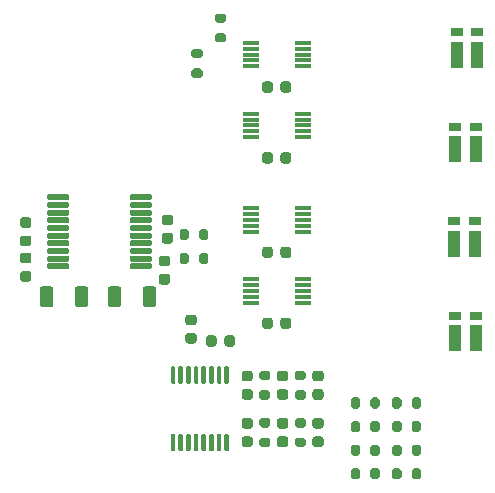
<source format=gbr>
%TF.GenerationSoftware,KiCad,Pcbnew,(5.1.6)-1*%
%TF.CreationDate,2021-10-10T19:01:51-07:00*%
%TF.ProjectId,PV Panel Monitor,50562050-616e-4656-9c20-4d6f6e69746f,rev?*%
%TF.SameCoordinates,Original*%
%TF.FileFunction,Paste,Top*%
%TF.FilePolarity,Positive*%
%FSLAX46Y46*%
G04 Gerber Fmt 4.6, Leading zero omitted, Abs format (unit mm)*
G04 Created by KiCad (PCBNEW (5.1.6)-1) date 2021-10-10 19:01:51*
%MOMM*%
%LPD*%
G01*
G04 APERTURE LIST*
%ADD10R,1.400000X0.300000*%
%ADD11R,1.010000X0.762000*%
%ADD12R,1.010000X2.287000*%
G04 APERTURE END LIST*
%TO.C,C19*%
G36*
G01*
X52500000Y-78325000D02*
X53000000Y-78325000D01*
G75*
G02*
X53225000Y-78550000I0J-225000D01*
G01*
X53225000Y-79000000D01*
G75*
G02*
X53000000Y-79225000I-225000J0D01*
G01*
X52500000Y-79225000D01*
G75*
G02*
X52275000Y-79000000I0J225000D01*
G01*
X52275000Y-78550000D01*
G75*
G02*
X52500000Y-78325000I225000J0D01*
G01*
G37*
G36*
G01*
X52500000Y-76775000D02*
X53000000Y-76775000D01*
G75*
G02*
X53225000Y-77000000I0J-225000D01*
G01*
X53225000Y-77450000D01*
G75*
G02*
X53000000Y-77675000I-225000J0D01*
G01*
X52500000Y-77675000D01*
G75*
G02*
X52275000Y-77450000I0J225000D01*
G01*
X52275000Y-77000000D01*
G75*
G02*
X52500000Y-76775000I225000J0D01*
G01*
G37*
%TD*%
D10*
%TO.C,U4*%
X76200000Y-82000000D03*
X76200000Y-82500000D03*
X76200000Y-83000000D03*
X76200000Y-83500000D03*
X76200000Y-84000000D03*
X71800000Y-84000000D03*
X71800000Y-83500000D03*
X71800000Y-83000000D03*
X71800000Y-82500000D03*
X71800000Y-82000000D03*
%TD*%
%TO.C,U3*%
X76200000Y-76000000D03*
X76200000Y-76500000D03*
X76200000Y-77000000D03*
X76200000Y-77500000D03*
X76200000Y-78000000D03*
X71800000Y-78000000D03*
X71800000Y-77500000D03*
X71800000Y-77000000D03*
X71800000Y-76500000D03*
X71800000Y-76000000D03*
%TD*%
%TO.C,U1*%
X76200000Y-62000000D03*
X76200000Y-62500000D03*
X76200000Y-63000000D03*
X76200000Y-63500000D03*
X76200000Y-64000000D03*
X71800000Y-64000000D03*
X71800000Y-63500000D03*
X71800000Y-63000000D03*
X71800000Y-62500000D03*
X71800000Y-62000000D03*
%TD*%
%TO.C,R20*%
G36*
G01*
X68975000Y-61175000D02*
X69525000Y-61175000D01*
G75*
G02*
X69725000Y-61375000I0J-200000D01*
G01*
X69725000Y-61775000D01*
G75*
G02*
X69525000Y-61975000I-200000J0D01*
G01*
X68975000Y-61975000D01*
G75*
G02*
X68775000Y-61775000I0J200000D01*
G01*
X68775000Y-61375000D01*
G75*
G02*
X68975000Y-61175000I200000J0D01*
G01*
G37*
G36*
G01*
X68975000Y-59525000D02*
X69525000Y-59525000D01*
G75*
G02*
X69725000Y-59725000I0J-200000D01*
G01*
X69725000Y-60125000D01*
G75*
G02*
X69525000Y-60325000I-200000J0D01*
G01*
X68975000Y-60325000D01*
G75*
G02*
X68775000Y-60125000I0J200000D01*
G01*
X68775000Y-59725000D01*
G75*
G02*
X68975000Y-59525000I200000J0D01*
G01*
G37*
%TD*%
%TO.C,R19*%
G36*
G01*
X66975000Y-64175000D02*
X67525000Y-64175000D01*
G75*
G02*
X67725000Y-64375000I0J-200000D01*
G01*
X67725000Y-64775000D01*
G75*
G02*
X67525000Y-64975000I-200000J0D01*
G01*
X66975000Y-64975000D01*
G75*
G02*
X66775000Y-64775000I0J200000D01*
G01*
X66775000Y-64375000D01*
G75*
G02*
X66975000Y-64175000I200000J0D01*
G01*
G37*
G36*
G01*
X66975000Y-62525000D02*
X67525000Y-62525000D01*
G75*
G02*
X67725000Y-62725000I0J-200000D01*
G01*
X67725000Y-63125000D01*
G75*
G02*
X67525000Y-63325000I-200000J0D01*
G01*
X66975000Y-63325000D01*
G75*
G02*
X66775000Y-63125000I0J200000D01*
G01*
X66775000Y-62725000D01*
G75*
G02*
X66975000Y-62525000I200000J0D01*
G01*
G37*
%TD*%
%TO.C,U2*%
X76200000Y-68000000D03*
X76200000Y-68500000D03*
X76200000Y-69000000D03*
X76200000Y-69500000D03*
X76200000Y-70000000D03*
X71800000Y-70000000D03*
X71800000Y-69500000D03*
X71800000Y-69000000D03*
X71800000Y-68500000D03*
X71800000Y-68000000D03*
%TD*%
%TO.C,C21*%
G36*
G01*
X55100000Y-82849999D02*
X55100000Y-84150001D01*
G75*
G02*
X54850001Y-84400000I-249999J0D01*
G01*
X54199999Y-84400000D01*
G75*
G02*
X53950000Y-84150001I0J249999D01*
G01*
X53950000Y-82849999D01*
G75*
G02*
X54199999Y-82600000I249999J0D01*
G01*
X54850001Y-82600000D01*
G75*
G02*
X55100000Y-82849999I0J-249999D01*
G01*
G37*
G36*
G01*
X58050000Y-82849999D02*
X58050000Y-84150001D01*
G75*
G02*
X57800001Y-84400000I-249999J0D01*
G01*
X57149999Y-84400000D01*
G75*
G02*
X56900000Y-84150001I0J249999D01*
G01*
X56900000Y-82849999D01*
G75*
G02*
X57149999Y-82600000I249999J0D01*
G01*
X57800001Y-82600000D01*
G75*
G02*
X58050000Y-82849999I0J-249999D01*
G01*
G37*
%TD*%
%TO.C,C20*%
G36*
G01*
X62650000Y-84150001D02*
X62650000Y-82849999D01*
G75*
G02*
X62899999Y-82600000I249999J0D01*
G01*
X63550001Y-82600000D01*
G75*
G02*
X63800000Y-82849999I0J-249999D01*
G01*
X63800000Y-84150001D01*
G75*
G02*
X63550001Y-84400000I-249999J0D01*
G01*
X62899999Y-84400000D01*
G75*
G02*
X62650000Y-84150001I0J249999D01*
G01*
G37*
G36*
G01*
X59700000Y-84150001D02*
X59700000Y-82849999D01*
G75*
G02*
X59949999Y-82600000I249999J0D01*
G01*
X60600001Y-82600000D01*
G75*
G02*
X60850000Y-82849999I0J-249999D01*
G01*
X60850000Y-84150001D01*
G75*
G02*
X60600001Y-84400000I-249999J0D01*
G01*
X59949999Y-84400000D01*
G75*
G02*
X59700000Y-84150001I0J249999D01*
G01*
G37*
%TD*%
%TO.C,U5*%
G36*
G01*
X65325000Y-90875000D02*
X65125000Y-90875000D01*
G75*
G02*
X65025000Y-90775000I0J100000D01*
G01*
X65025000Y-89500000D01*
G75*
G02*
X65125000Y-89400000I100000J0D01*
G01*
X65325000Y-89400000D01*
G75*
G02*
X65425000Y-89500000I0J-100000D01*
G01*
X65425000Y-90775000D01*
G75*
G02*
X65325000Y-90875000I-100000J0D01*
G01*
G37*
G36*
G01*
X65975000Y-90875000D02*
X65775000Y-90875000D01*
G75*
G02*
X65675000Y-90775000I0J100000D01*
G01*
X65675000Y-89500000D01*
G75*
G02*
X65775000Y-89400000I100000J0D01*
G01*
X65975000Y-89400000D01*
G75*
G02*
X66075000Y-89500000I0J-100000D01*
G01*
X66075000Y-90775000D01*
G75*
G02*
X65975000Y-90875000I-100000J0D01*
G01*
G37*
G36*
G01*
X66625000Y-90875000D02*
X66425000Y-90875000D01*
G75*
G02*
X66325000Y-90775000I0J100000D01*
G01*
X66325000Y-89500000D01*
G75*
G02*
X66425000Y-89400000I100000J0D01*
G01*
X66625000Y-89400000D01*
G75*
G02*
X66725000Y-89500000I0J-100000D01*
G01*
X66725000Y-90775000D01*
G75*
G02*
X66625000Y-90875000I-100000J0D01*
G01*
G37*
G36*
G01*
X67275000Y-90875000D02*
X67075000Y-90875000D01*
G75*
G02*
X66975000Y-90775000I0J100000D01*
G01*
X66975000Y-89500000D01*
G75*
G02*
X67075000Y-89400000I100000J0D01*
G01*
X67275000Y-89400000D01*
G75*
G02*
X67375000Y-89500000I0J-100000D01*
G01*
X67375000Y-90775000D01*
G75*
G02*
X67275000Y-90875000I-100000J0D01*
G01*
G37*
G36*
G01*
X67925000Y-90875000D02*
X67725000Y-90875000D01*
G75*
G02*
X67625000Y-90775000I0J100000D01*
G01*
X67625000Y-89500000D01*
G75*
G02*
X67725000Y-89400000I100000J0D01*
G01*
X67925000Y-89400000D01*
G75*
G02*
X68025000Y-89500000I0J-100000D01*
G01*
X68025000Y-90775000D01*
G75*
G02*
X67925000Y-90875000I-100000J0D01*
G01*
G37*
G36*
G01*
X68575000Y-90875000D02*
X68375000Y-90875000D01*
G75*
G02*
X68275000Y-90775000I0J100000D01*
G01*
X68275000Y-89500000D01*
G75*
G02*
X68375000Y-89400000I100000J0D01*
G01*
X68575000Y-89400000D01*
G75*
G02*
X68675000Y-89500000I0J-100000D01*
G01*
X68675000Y-90775000D01*
G75*
G02*
X68575000Y-90875000I-100000J0D01*
G01*
G37*
G36*
G01*
X69225000Y-90875000D02*
X69025000Y-90875000D01*
G75*
G02*
X68925000Y-90775000I0J100000D01*
G01*
X68925000Y-89500000D01*
G75*
G02*
X69025000Y-89400000I100000J0D01*
G01*
X69225000Y-89400000D01*
G75*
G02*
X69325000Y-89500000I0J-100000D01*
G01*
X69325000Y-90775000D01*
G75*
G02*
X69225000Y-90875000I-100000J0D01*
G01*
G37*
G36*
G01*
X69875000Y-90875000D02*
X69675000Y-90875000D01*
G75*
G02*
X69575000Y-90775000I0J100000D01*
G01*
X69575000Y-89500000D01*
G75*
G02*
X69675000Y-89400000I100000J0D01*
G01*
X69875000Y-89400000D01*
G75*
G02*
X69975000Y-89500000I0J-100000D01*
G01*
X69975000Y-90775000D01*
G75*
G02*
X69875000Y-90875000I-100000J0D01*
G01*
G37*
G36*
G01*
X69875000Y-96600000D02*
X69675000Y-96600000D01*
G75*
G02*
X69575000Y-96500000I0J100000D01*
G01*
X69575000Y-95225000D01*
G75*
G02*
X69675000Y-95125000I100000J0D01*
G01*
X69875000Y-95125000D01*
G75*
G02*
X69975000Y-95225000I0J-100000D01*
G01*
X69975000Y-96500000D01*
G75*
G02*
X69875000Y-96600000I-100000J0D01*
G01*
G37*
G36*
G01*
X69225000Y-96600000D02*
X69025000Y-96600000D01*
G75*
G02*
X68925000Y-96500000I0J100000D01*
G01*
X68925000Y-95225000D01*
G75*
G02*
X69025000Y-95125000I100000J0D01*
G01*
X69225000Y-95125000D01*
G75*
G02*
X69325000Y-95225000I0J-100000D01*
G01*
X69325000Y-96500000D01*
G75*
G02*
X69225000Y-96600000I-100000J0D01*
G01*
G37*
G36*
G01*
X68575000Y-96600000D02*
X68375000Y-96600000D01*
G75*
G02*
X68275000Y-96500000I0J100000D01*
G01*
X68275000Y-95225000D01*
G75*
G02*
X68375000Y-95125000I100000J0D01*
G01*
X68575000Y-95125000D01*
G75*
G02*
X68675000Y-95225000I0J-100000D01*
G01*
X68675000Y-96500000D01*
G75*
G02*
X68575000Y-96600000I-100000J0D01*
G01*
G37*
G36*
G01*
X67925000Y-96600000D02*
X67725000Y-96600000D01*
G75*
G02*
X67625000Y-96500000I0J100000D01*
G01*
X67625000Y-95225000D01*
G75*
G02*
X67725000Y-95125000I100000J0D01*
G01*
X67925000Y-95125000D01*
G75*
G02*
X68025000Y-95225000I0J-100000D01*
G01*
X68025000Y-96500000D01*
G75*
G02*
X67925000Y-96600000I-100000J0D01*
G01*
G37*
G36*
G01*
X67275000Y-96600000D02*
X67075000Y-96600000D01*
G75*
G02*
X66975000Y-96500000I0J100000D01*
G01*
X66975000Y-95225000D01*
G75*
G02*
X67075000Y-95125000I100000J0D01*
G01*
X67275000Y-95125000D01*
G75*
G02*
X67375000Y-95225000I0J-100000D01*
G01*
X67375000Y-96500000D01*
G75*
G02*
X67275000Y-96600000I-100000J0D01*
G01*
G37*
G36*
G01*
X66625000Y-96600000D02*
X66425000Y-96600000D01*
G75*
G02*
X66325000Y-96500000I0J100000D01*
G01*
X66325000Y-95225000D01*
G75*
G02*
X66425000Y-95125000I100000J0D01*
G01*
X66625000Y-95125000D01*
G75*
G02*
X66725000Y-95225000I0J-100000D01*
G01*
X66725000Y-96500000D01*
G75*
G02*
X66625000Y-96600000I-100000J0D01*
G01*
G37*
G36*
G01*
X65975000Y-96600000D02*
X65775000Y-96600000D01*
G75*
G02*
X65675000Y-96500000I0J100000D01*
G01*
X65675000Y-95225000D01*
G75*
G02*
X65775000Y-95125000I100000J0D01*
G01*
X65975000Y-95125000D01*
G75*
G02*
X66075000Y-95225000I0J-100000D01*
G01*
X66075000Y-96500000D01*
G75*
G02*
X65975000Y-96600000I-100000J0D01*
G01*
G37*
G36*
G01*
X65325000Y-96600000D02*
X65125000Y-96600000D01*
G75*
G02*
X65025000Y-96500000I0J100000D01*
G01*
X65025000Y-95225000D01*
G75*
G02*
X65125000Y-95125000I100000J0D01*
G01*
X65325000Y-95125000D01*
G75*
G02*
X65425000Y-95225000I0J-100000D01*
G01*
X65425000Y-96500000D01*
G75*
G02*
X65325000Y-96600000I-100000J0D01*
G01*
G37*
%TD*%
%TO.C,U6*%
G36*
G01*
X61550000Y-75200000D02*
X61550000Y-74950000D01*
G75*
G02*
X61675000Y-74825000I125000J0D01*
G01*
X63325000Y-74825000D01*
G75*
G02*
X63450000Y-74950000I0J-125000D01*
G01*
X63450000Y-75200000D01*
G75*
G02*
X63325000Y-75325000I-125000J0D01*
G01*
X61675000Y-75325000D01*
G75*
G02*
X61550000Y-75200000I0J125000D01*
G01*
G37*
G36*
G01*
X61550000Y-75850000D02*
X61550000Y-75600000D01*
G75*
G02*
X61675000Y-75475000I125000J0D01*
G01*
X63325000Y-75475000D01*
G75*
G02*
X63450000Y-75600000I0J-125000D01*
G01*
X63450000Y-75850000D01*
G75*
G02*
X63325000Y-75975000I-125000J0D01*
G01*
X61675000Y-75975000D01*
G75*
G02*
X61550000Y-75850000I0J125000D01*
G01*
G37*
G36*
G01*
X61550000Y-76500000D02*
X61550000Y-76250000D01*
G75*
G02*
X61675000Y-76125000I125000J0D01*
G01*
X63325000Y-76125000D01*
G75*
G02*
X63450000Y-76250000I0J-125000D01*
G01*
X63450000Y-76500000D01*
G75*
G02*
X63325000Y-76625000I-125000J0D01*
G01*
X61675000Y-76625000D01*
G75*
G02*
X61550000Y-76500000I0J125000D01*
G01*
G37*
G36*
G01*
X61550000Y-77150000D02*
X61550000Y-76900000D01*
G75*
G02*
X61675000Y-76775000I125000J0D01*
G01*
X63325000Y-76775000D01*
G75*
G02*
X63450000Y-76900000I0J-125000D01*
G01*
X63450000Y-77150000D01*
G75*
G02*
X63325000Y-77275000I-125000J0D01*
G01*
X61675000Y-77275000D01*
G75*
G02*
X61550000Y-77150000I0J125000D01*
G01*
G37*
G36*
G01*
X61550000Y-77800000D02*
X61550000Y-77550000D01*
G75*
G02*
X61675000Y-77425000I125000J0D01*
G01*
X63325000Y-77425000D01*
G75*
G02*
X63450000Y-77550000I0J-125000D01*
G01*
X63450000Y-77800000D01*
G75*
G02*
X63325000Y-77925000I-125000J0D01*
G01*
X61675000Y-77925000D01*
G75*
G02*
X61550000Y-77800000I0J125000D01*
G01*
G37*
G36*
G01*
X61550000Y-78450000D02*
X61550000Y-78200000D01*
G75*
G02*
X61675000Y-78075000I125000J0D01*
G01*
X63325000Y-78075000D01*
G75*
G02*
X63450000Y-78200000I0J-125000D01*
G01*
X63450000Y-78450000D01*
G75*
G02*
X63325000Y-78575000I-125000J0D01*
G01*
X61675000Y-78575000D01*
G75*
G02*
X61550000Y-78450000I0J125000D01*
G01*
G37*
G36*
G01*
X61550000Y-79100000D02*
X61550000Y-78850000D01*
G75*
G02*
X61675000Y-78725000I125000J0D01*
G01*
X63325000Y-78725000D01*
G75*
G02*
X63450000Y-78850000I0J-125000D01*
G01*
X63450000Y-79100000D01*
G75*
G02*
X63325000Y-79225000I-125000J0D01*
G01*
X61675000Y-79225000D01*
G75*
G02*
X61550000Y-79100000I0J125000D01*
G01*
G37*
G36*
G01*
X61550000Y-79750000D02*
X61550000Y-79500000D01*
G75*
G02*
X61675000Y-79375000I125000J0D01*
G01*
X63325000Y-79375000D01*
G75*
G02*
X63450000Y-79500000I0J-125000D01*
G01*
X63450000Y-79750000D01*
G75*
G02*
X63325000Y-79875000I-125000J0D01*
G01*
X61675000Y-79875000D01*
G75*
G02*
X61550000Y-79750000I0J125000D01*
G01*
G37*
G36*
G01*
X61550000Y-80400000D02*
X61550000Y-80150000D01*
G75*
G02*
X61675000Y-80025000I125000J0D01*
G01*
X63325000Y-80025000D01*
G75*
G02*
X63450000Y-80150000I0J-125000D01*
G01*
X63450000Y-80400000D01*
G75*
G02*
X63325000Y-80525000I-125000J0D01*
G01*
X61675000Y-80525000D01*
G75*
G02*
X61550000Y-80400000I0J125000D01*
G01*
G37*
G36*
G01*
X61550000Y-81050000D02*
X61550000Y-80800000D01*
G75*
G02*
X61675000Y-80675000I125000J0D01*
G01*
X63325000Y-80675000D01*
G75*
G02*
X63450000Y-80800000I0J-125000D01*
G01*
X63450000Y-81050000D01*
G75*
G02*
X63325000Y-81175000I-125000J0D01*
G01*
X61675000Y-81175000D01*
G75*
G02*
X61550000Y-81050000I0J125000D01*
G01*
G37*
G36*
G01*
X54550000Y-81050000D02*
X54550000Y-80800000D01*
G75*
G02*
X54675000Y-80675000I125000J0D01*
G01*
X56325000Y-80675000D01*
G75*
G02*
X56450000Y-80800000I0J-125000D01*
G01*
X56450000Y-81050000D01*
G75*
G02*
X56325000Y-81175000I-125000J0D01*
G01*
X54675000Y-81175000D01*
G75*
G02*
X54550000Y-81050000I0J125000D01*
G01*
G37*
G36*
G01*
X54550000Y-80400000D02*
X54550000Y-80150000D01*
G75*
G02*
X54675000Y-80025000I125000J0D01*
G01*
X56325000Y-80025000D01*
G75*
G02*
X56450000Y-80150000I0J-125000D01*
G01*
X56450000Y-80400000D01*
G75*
G02*
X56325000Y-80525000I-125000J0D01*
G01*
X54675000Y-80525000D01*
G75*
G02*
X54550000Y-80400000I0J125000D01*
G01*
G37*
G36*
G01*
X54550000Y-79750000D02*
X54550000Y-79500000D01*
G75*
G02*
X54675000Y-79375000I125000J0D01*
G01*
X56325000Y-79375000D01*
G75*
G02*
X56450000Y-79500000I0J-125000D01*
G01*
X56450000Y-79750000D01*
G75*
G02*
X56325000Y-79875000I-125000J0D01*
G01*
X54675000Y-79875000D01*
G75*
G02*
X54550000Y-79750000I0J125000D01*
G01*
G37*
G36*
G01*
X54550000Y-79100000D02*
X54550000Y-78850000D01*
G75*
G02*
X54675000Y-78725000I125000J0D01*
G01*
X56325000Y-78725000D01*
G75*
G02*
X56450000Y-78850000I0J-125000D01*
G01*
X56450000Y-79100000D01*
G75*
G02*
X56325000Y-79225000I-125000J0D01*
G01*
X54675000Y-79225000D01*
G75*
G02*
X54550000Y-79100000I0J125000D01*
G01*
G37*
G36*
G01*
X54550000Y-78450000D02*
X54550000Y-78200000D01*
G75*
G02*
X54675000Y-78075000I125000J0D01*
G01*
X56325000Y-78075000D01*
G75*
G02*
X56450000Y-78200000I0J-125000D01*
G01*
X56450000Y-78450000D01*
G75*
G02*
X56325000Y-78575000I-125000J0D01*
G01*
X54675000Y-78575000D01*
G75*
G02*
X54550000Y-78450000I0J125000D01*
G01*
G37*
G36*
G01*
X54550000Y-77800000D02*
X54550000Y-77550000D01*
G75*
G02*
X54675000Y-77425000I125000J0D01*
G01*
X56325000Y-77425000D01*
G75*
G02*
X56450000Y-77550000I0J-125000D01*
G01*
X56450000Y-77800000D01*
G75*
G02*
X56325000Y-77925000I-125000J0D01*
G01*
X54675000Y-77925000D01*
G75*
G02*
X54550000Y-77800000I0J125000D01*
G01*
G37*
G36*
G01*
X54550000Y-77150000D02*
X54550000Y-76900000D01*
G75*
G02*
X54675000Y-76775000I125000J0D01*
G01*
X56325000Y-76775000D01*
G75*
G02*
X56450000Y-76900000I0J-125000D01*
G01*
X56450000Y-77150000D01*
G75*
G02*
X56325000Y-77275000I-125000J0D01*
G01*
X54675000Y-77275000D01*
G75*
G02*
X54550000Y-77150000I0J125000D01*
G01*
G37*
G36*
G01*
X54550000Y-76500000D02*
X54550000Y-76250000D01*
G75*
G02*
X54675000Y-76125000I125000J0D01*
G01*
X56325000Y-76125000D01*
G75*
G02*
X56450000Y-76250000I0J-125000D01*
G01*
X56450000Y-76500000D01*
G75*
G02*
X56325000Y-76625000I-125000J0D01*
G01*
X54675000Y-76625000D01*
G75*
G02*
X54550000Y-76500000I0J125000D01*
G01*
G37*
G36*
G01*
X54550000Y-75850000D02*
X54550000Y-75600000D01*
G75*
G02*
X54675000Y-75475000I125000J0D01*
G01*
X56325000Y-75475000D01*
G75*
G02*
X56450000Y-75600000I0J-125000D01*
G01*
X56450000Y-75850000D01*
G75*
G02*
X56325000Y-75975000I-125000J0D01*
G01*
X54675000Y-75975000D01*
G75*
G02*
X54550000Y-75850000I0J125000D01*
G01*
G37*
G36*
G01*
X54550000Y-75200000D02*
X54550000Y-74950000D01*
G75*
G02*
X54675000Y-74825000I125000J0D01*
G01*
X56325000Y-74825000D01*
G75*
G02*
X56450000Y-74950000I0J-125000D01*
G01*
X56450000Y-75200000D01*
G75*
G02*
X56325000Y-75325000I-125000J0D01*
G01*
X54675000Y-75325000D01*
G75*
G02*
X54550000Y-75200000I0J125000D01*
G01*
G37*
%TD*%
%TO.C,R18*%
G36*
G01*
X67425000Y-80525000D02*
X67425000Y-79975000D01*
G75*
G02*
X67625000Y-79775000I200000J0D01*
G01*
X68025000Y-79775000D01*
G75*
G02*
X68225000Y-79975000I0J-200000D01*
G01*
X68225000Y-80525000D01*
G75*
G02*
X68025000Y-80725000I-200000J0D01*
G01*
X67625000Y-80725000D01*
G75*
G02*
X67425000Y-80525000I0J200000D01*
G01*
G37*
G36*
G01*
X65775000Y-80525000D02*
X65775000Y-79975000D01*
G75*
G02*
X65975000Y-79775000I200000J0D01*
G01*
X66375000Y-79775000D01*
G75*
G02*
X66575000Y-79975000I0J-200000D01*
G01*
X66575000Y-80525000D01*
G75*
G02*
X66375000Y-80725000I-200000J0D01*
G01*
X65975000Y-80725000D01*
G75*
G02*
X65775000Y-80525000I0J200000D01*
G01*
G37*
%TD*%
%TO.C,R17*%
G36*
G01*
X66575000Y-77975000D02*
X66575000Y-78525000D01*
G75*
G02*
X66375000Y-78725000I-200000J0D01*
G01*
X65975000Y-78725000D01*
G75*
G02*
X65775000Y-78525000I0J200000D01*
G01*
X65775000Y-77975000D01*
G75*
G02*
X65975000Y-77775000I200000J0D01*
G01*
X66375000Y-77775000D01*
G75*
G02*
X66575000Y-77975000I0J-200000D01*
G01*
G37*
G36*
G01*
X68225000Y-77975000D02*
X68225000Y-78525000D01*
G75*
G02*
X68025000Y-78725000I-200000J0D01*
G01*
X67625000Y-78725000D01*
G75*
G02*
X67425000Y-78525000I0J200000D01*
G01*
X67425000Y-77975000D01*
G75*
G02*
X67625000Y-77775000I200000J0D01*
G01*
X68025000Y-77775000D01*
G75*
G02*
X68225000Y-77975000I0J-200000D01*
G01*
G37*
%TD*%
%TO.C,C18*%
G36*
G01*
X64500000Y-78100000D02*
X65000000Y-78100000D01*
G75*
G02*
X65225000Y-78325000I0J-225000D01*
G01*
X65225000Y-78775000D01*
G75*
G02*
X65000000Y-79000000I-225000J0D01*
G01*
X64500000Y-79000000D01*
G75*
G02*
X64275000Y-78775000I0J225000D01*
G01*
X64275000Y-78325000D01*
G75*
G02*
X64500000Y-78100000I225000J0D01*
G01*
G37*
G36*
G01*
X64500000Y-76550000D02*
X65000000Y-76550000D01*
G75*
G02*
X65225000Y-76775000I0J-225000D01*
G01*
X65225000Y-77225000D01*
G75*
G02*
X65000000Y-77450000I-225000J0D01*
G01*
X64500000Y-77450000D01*
G75*
G02*
X64275000Y-77225000I0J225000D01*
G01*
X64275000Y-76775000D01*
G75*
G02*
X64500000Y-76550000I225000J0D01*
G01*
G37*
%TD*%
%TO.C,C17*%
G36*
G01*
X64250000Y-81575000D02*
X64750000Y-81575000D01*
G75*
G02*
X64975000Y-81800000I0J-225000D01*
G01*
X64975000Y-82250000D01*
G75*
G02*
X64750000Y-82475000I-225000J0D01*
G01*
X64250000Y-82475000D01*
G75*
G02*
X64025000Y-82250000I0J225000D01*
G01*
X64025000Y-81800000D01*
G75*
G02*
X64250000Y-81575000I225000J0D01*
G01*
G37*
G36*
G01*
X64250000Y-80025000D02*
X64750000Y-80025000D01*
G75*
G02*
X64975000Y-80250000I0J-225000D01*
G01*
X64975000Y-80700000D01*
G75*
G02*
X64750000Y-80925000I-225000J0D01*
G01*
X64250000Y-80925000D01*
G75*
G02*
X64025000Y-80700000I0J225000D01*
G01*
X64025000Y-80250000D01*
G75*
G02*
X64250000Y-80025000I225000J0D01*
G01*
G37*
%TD*%
%TO.C,C16*%
G36*
G01*
X52500000Y-81325000D02*
X53000000Y-81325000D01*
G75*
G02*
X53225000Y-81550000I0J-225000D01*
G01*
X53225000Y-82000000D01*
G75*
G02*
X53000000Y-82225000I-225000J0D01*
G01*
X52500000Y-82225000D01*
G75*
G02*
X52275000Y-82000000I0J225000D01*
G01*
X52275000Y-81550000D01*
G75*
G02*
X52500000Y-81325000I225000J0D01*
G01*
G37*
G36*
G01*
X52500000Y-79775000D02*
X53000000Y-79775000D01*
G75*
G02*
X53225000Y-80000000I0J-225000D01*
G01*
X53225000Y-80450000D01*
G75*
G02*
X53000000Y-80675000I-225000J0D01*
G01*
X52500000Y-80675000D01*
G75*
G02*
X52275000Y-80450000I0J225000D01*
G01*
X52275000Y-80000000D01*
G75*
G02*
X52500000Y-79775000I225000J0D01*
G01*
G37*
%TD*%
%TO.C,R16*%
G36*
G01*
X75725000Y-91425000D02*
X76275000Y-91425000D01*
G75*
G02*
X76475000Y-91625000I0J-200000D01*
G01*
X76475000Y-92025000D01*
G75*
G02*
X76275000Y-92225000I-200000J0D01*
G01*
X75725000Y-92225000D01*
G75*
G02*
X75525000Y-92025000I0J200000D01*
G01*
X75525000Y-91625000D01*
G75*
G02*
X75725000Y-91425000I200000J0D01*
G01*
G37*
G36*
G01*
X75725000Y-89775000D02*
X76275000Y-89775000D01*
G75*
G02*
X76475000Y-89975000I0J-200000D01*
G01*
X76475000Y-90375000D01*
G75*
G02*
X76275000Y-90575000I-200000J0D01*
G01*
X75725000Y-90575000D01*
G75*
G02*
X75525000Y-90375000I0J200000D01*
G01*
X75525000Y-89975000D01*
G75*
G02*
X75725000Y-89775000I200000J0D01*
G01*
G37*
%TD*%
%TO.C,R15*%
G36*
G01*
X72725000Y-91425000D02*
X73275000Y-91425000D01*
G75*
G02*
X73475000Y-91625000I0J-200000D01*
G01*
X73475000Y-92025000D01*
G75*
G02*
X73275000Y-92225000I-200000J0D01*
G01*
X72725000Y-92225000D01*
G75*
G02*
X72525000Y-92025000I0J200000D01*
G01*
X72525000Y-91625000D01*
G75*
G02*
X72725000Y-91425000I200000J0D01*
G01*
G37*
G36*
G01*
X72725000Y-89775000D02*
X73275000Y-89775000D01*
G75*
G02*
X73475000Y-89975000I0J-200000D01*
G01*
X73475000Y-90375000D01*
G75*
G02*
X73275000Y-90575000I-200000J0D01*
G01*
X72725000Y-90575000D01*
G75*
G02*
X72525000Y-90375000I0J200000D01*
G01*
X72525000Y-89975000D01*
G75*
G02*
X72725000Y-89775000I200000J0D01*
G01*
G37*
%TD*%
%TO.C,R14*%
G36*
G01*
X73275000Y-94575000D02*
X72725000Y-94575000D01*
G75*
G02*
X72525000Y-94375000I0J200000D01*
G01*
X72525000Y-93975000D01*
G75*
G02*
X72725000Y-93775000I200000J0D01*
G01*
X73275000Y-93775000D01*
G75*
G02*
X73475000Y-93975000I0J-200000D01*
G01*
X73475000Y-94375000D01*
G75*
G02*
X73275000Y-94575000I-200000J0D01*
G01*
G37*
G36*
G01*
X73275000Y-96225000D02*
X72725000Y-96225000D01*
G75*
G02*
X72525000Y-96025000I0J200000D01*
G01*
X72525000Y-95625000D01*
G75*
G02*
X72725000Y-95425000I200000J0D01*
G01*
X73275000Y-95425000D01*
G75*
G02*
X73475000Y-95625000I0J-200000D01*
G01*
X73475000Y-96025000D01*
G75*
G02*
X73275000Y-96225000I-200000J0D01*
G01*
G37*
%TD*%
%TO.C,R13*%
G36*
G01*
X76275000Y-94575000D02*
X75725000Y-94575000D01*
G75*
G02*
X75525000Y-94375000I0J200000D01*
G01*
X75525000Y-93975000D01*
G75*
G02*
X75725000Y-93775000I200000J0D01*
G01*
X76275000Y-93775000D01*
G75*
G02*
X76475000Y-93975000I0J-200000D01*
G01*
X76475000Y-94375000D01*
G75*
G02*
X76275000Y-94575000I-200000J0D01*
G01*
G37*
G36*
G01*
X76275000Y-96225000D02*
X75725000Y-96225000D01*
G75*
G02*
X75525000Y-96025000I0J200000D01*
G01*
X75525000Y-95625000D01*
G75*
G02*
X75725000Y-95425000I200000J0D01*
G01*
X76275000Y-95425000D01*
G75*
G02*
X76475000Y-95625000I0J-200000D01*
G01*
X76475000Y-96025000D01*
G75*
G02*
X76275000Y-96225000I-200000J0D01*
G01*
G37*
%TD*%
%TO.C,R12*%
G36*
G01*
X81075000Y-92225000D02*
X81075000Y-92775000D01*
G75*
G02*
X80875000Y-92975000I-200000J0D01*
G01*
X80475000Y-92975000D01*
G75*
G02*
X80275000Y-92775000I0J200000D01*
G01*
X80275000Y-92225000D01*
G75*
G02*
X80475000Y-92025000I200000J0D01*
G01*
X80875000Y-92025000D01*
G75*
G02*
X81075000Y-92225000I0J-200000D01*
G01*
G37*
G36*
G01*
X82725000Y-92225000D02*
X82725000Y-92775000D01*
G75*
G02*
X82525000Y-92975000I-200000J0D01*
G01*
X82125000Y-92975000D01*
G75*
G02*
X81925000Y-92775000I0J200000D01*
G01*
X81925000Y-92225000D01*
G75*
G02*
X82125000Y-92025000I200000J0D01*
G01*
X82525000Y-92025000D01*
G75*
G02*
X82725000Y-92225000I0J-200000D01*
G01*
G37*
%TD*%
%TO.C,R11*%
G36*
G01*
X81075000Y-94225000D02*
X81075000Y-94775000D01*
G75*
G02*
X80875000Y-94975000I-200000J0D01*
G01*
X80475000Y-94975000D01*
G75*
G02*
X80275000Y-94775000I0J200000D01*
G01*
X80275000Y-94225000D01*
G75*
G02*
X80475000Y-94025000I200000J0D01*
G01*
X80875000Y-94025000D01*
G75*
G02*
X81075000Y-94225000I0J-200000D01*
G01*
G37*
G36*
G01*
X82725000Y-94225000D02*
X82725000Y-94775000D01*
G75*
G02*
X82525000Y-94975000I-200000J0D01*
G01*
X82125000Y-94975000D01*
G75*
G02*
X81925000Y-94775000I0J200000D01*
G01*
X81925000Y-94225000D01*
G75*
G02*
X82125000Y-94025000I200000J0D01*
G01*
X82525000Y-94025000D01*
G75*
G02*
X82725000Y-94225000I0J-200000D01*
G01*
G37*
%TD*%
%TO.C,R10*%
G36*
G01*
X81075000Y-96225000D02*
X81075000Y-96775000D01*
G75*
G02*
X80875000Y-96975000I-200000J0D01*
G01*
X80475000Y-96975000D01*
G75*
G02*
X80275000Y-96775000I0J200000D01*
G01*
X80275000Y-96225000D01*
G75*
G02*
X80475000Y-96025000I200000J0D01*
G01*
X80875000Y-96025000D01*
G75*
G02*
X81075000Y-96225000I0J-200000D01*
G01*
G37*
G36*
G01*
X82725000Y-96225000D02*
X82725000Y-96775000D01*
G75*
G02*
X82525000Y-96975000I-200000J0D01*
G01*
X82125000Y-96975000D01*
G75*
G02*
X81925000Y-96775000I0J200000D01*
G01*
X81925000Y-96225000D01*
G75*
G02*
X82125000Y-96025000I200000J0D01*
G01*
X82525000Y-96025000D01*
G75*
G02*
X82725000Y-96225000I0J-200000D01*
G01*
G37*
%TD*%
%TO.C,R9*%
G36*
G01*
X81075000Y-98225000D02*
X81075000Y-98775000D01*
G75*
G02*
X80875000Y-98975000I-200000J0D01*
G01*
X80475000Y-98975000D01*
G75*
G02*
X80275000Y-98775000I0J200000D01*
G01*
X80275000Y-98225000D01*
G75*
G02*
X80475000Y-98025000I200000J0D01*
G01*
X80875000Y-98025000D01*
G75*
G02*
X81075000Y-98225000I0J-200000D01*
G01*
G37*
G36*
G01*
X82725000Y-98225000D02*
X82725000Y-98775000D01*
G75*
G02*
X82525000Y-98975000I-200000J0D01*
G01*
X82125000Y-98975000D01*
G75*
G02*
X81925000Y-98775000I0J200000D01*
G01*
X81925000Y-98225000D01*
G75*
G02*
X82125000Y-98025000I200000J0D01*
G01*
X82525000Y-98025000D01*
G75*
G02*
X82725000Y-98225000I0J-200000D01*
G01*
G37*
%TD*%
%TO.C,R8*%
G36*
G01*
X84575000Y-92225000D02*
X84575000Y-92775000D01*
G75*
G02*
X84375000Y-92975000I-200000J0D01*
G01*
X83975000Y-92975000D01*
G75*
G02*
X83775000Y-92775000I0J200000D01*
G01*
X83775000Y-92225000D01*
G75*
G02*
X83975000Y-92025000I200000J0D01*
G01*
X84375000Y-92025000D01*
G75*
G02*
X84575000Y-92225000I0J-200000D01*
G01*
G37*
G36*
G01*
X86225000Y-92225000D02*
X86225000Y-92775000D01*
G75*
G02*
X86025000Y-92975000I-200000J0D01*
G01*
X85625000Y-92975000D01*
G75*
G02*
X85425000Y-92775000I0J200000D01*
G01*
X85425000Y-92225000D01*
G75*
G02*
X85625000Y-92025000I200000J0D01*
G01*
X86025000Y-92025000D01*
G75*
G02*
X86225000Y-92225000I0J-200000D01*
G01*
G37*
%TD*%
%TO.C,R7*%
G36*
G01*
X84575000Y-94225000D02*
X84575000Y-94775000D01*
G75*
G02*
X84375000Y-94975000I-200000J0D01*
G01*
X83975000Y-94975000D01*
G75*
G02*
X83775000Y-94775000I0J200000D01*
G01*
X83775000Y-94225000D01*
G75*
G02*
X83975000Y-94025000I200000J0D01*
G01*
X84375000Y-94025000D01*
G75*
G02*
X84575000Y-94225000I0J-200000D01*
G01*
G37*
G36*
G01*
X86225000Y-94225000D02*
X86225000Y-94775000D01*
G75*
G02*
X86025000Y-94975000I-200000J0D01*
G01*
X85625000Y-94975000D01*
G75*
G02*
X85425000Y-94775000I0J200000D01*
G01*
X85425000Y-94225000D01*
G75*
G02*
X85625000Y-94025000I200000J0D01*
G01*
X86025000Y-94025000D01*
G75*
G02*
X86225000Y-94225000I0J-200000D01*
G01*
G37*
%TD*%
%TO.C,R6*%
G36*
G01*
X84575000Y-96225000D02*
X84575000Y-96775000D01*
G75*
G02*
X84375000Y-96975000I-200000J0D01*
G01*
X83975000Y-96975000D01*
G75*
G02*
X83775000Y-96775000I0J200000D01*
G01*
X83775000Y-96225000D01*
G75*
G02*
X83975000Y-96025000I200000J0D01*
G01*
X84375000Y-96025000D01*
G75*
G02*
X84575000Y-96225000I0J-200000D01*
G01*
G37*
G36*
G01*
X86225000Y-96225000D02*
X86225000Y-96775000D01*
G75*
G02*
X86025000Y-96975000I-200000J0D01*
G01*
X85625000Y-96975000D01*
G75*
G02*
X85425000Y-96775000I0J200000D01*
G01*
X85425000Y-96225000D01*
G75*
G02*
X85625000Y-96025000I200000J0D01*
G01*
X86025000Y-96025000D01*
G75*
G02*
X86225000Y-96225000I0J-200000D01*
G01*
G37*
%TD*%
%TO.C,R5*%
G36*
G01*
X84575000Y-98225000D02*
X84575000Y-98775000D01*
G75*
G02*
X84375000Y-98975000I-200000J0D01*
G01*
X83975000Y-98975000D01*
G75*
G02*
X83775000Y-98775000I0J200000D01*
G01*
X83775000Y-98225000D01*
G75*
G02*
X83975000Y-98025000I200000J0D01*
G01*
X84375000Y-98025000D01*
G75*
G02*
X84575000Y-98225000I0J-200000D01*
G01*
G37*
G36*
G01*
X86225000Y-98225000D02*
X86225000Y-98775000D01*
G75*
G02*
X86025000Y-98975000I-200000J0D01*
G01*
X85625000Y-98975000D01*
G75*
G02*
X85425000Y-98775000I0J200000D01*
G01*
X85425000Y-98225000D01*
G75*
G02*
X85625000Y-98025000I200000J0D01*
G01*
X86025000Y-98025000D01*
G75*
G02*
X86225000Y-98225000I0J-200000D01*
G01*
G37*
%TD*%
%TO.C,C14*%
G36*
G01*
X77250000Y-91325000D02*
X77750000Y-91325000D01*
G75*
G02*
X77975000Y-91550000I0J-225000D01*
G01*
X77975000Y-92000000D01*
G75*
G02*
X77750000Y-92225000I-225000J0D01*
G01*
X77250000Y-92225000D01*
G75*
G02*
X77025000Y-92000000I0J225000D01*
G01*
X77025000Y-91550000D01*
G75*
G02*
X77250000Y-91325000I225000J0D01*
G01*
G37*
G36*
G01*
X77250000Y-89775000D02*
X77750000Y-89775000D01*
G75*
G02*
X77975000Y-90000000I0J-225000D01*
G01*
X77975000Y-90450000D01*
G75*
G02*
X77750000Y-90675000I-225000J0D01*
G01*
X77250000Y-90675000D01*
G75*
G02*
X77025000Y-90450000I0J225000D01*
G01*
X77025000Y-90000000D01*
G75*
G02*
X77250000Y-89775000I225000J0D01*
G01*
G37*
%TD*%
%TO.C,C13*%
G36*
G01*
X74250000Y-91325000D02*
X74750000Y-91325000D01*
G75*
G02*
X74975000Y-91550000I0J-225000D01*
G01*
X74975000Y-92000000D01*
G75*
G02*
X74750000Y-92225000I-225000J0D01*
G01*
X74250000Y-92225000D01*
G75*
G02*
X74025000Y-92000000I0J225000D01*
G01*
X74025000Y-91550000D01*
G75*
G02*
X74250000Y-91325000I225000J0D01*
G01*
G37*
G36*
G01*
X74250000Y-89775000D02*
X74750000Y-89775000D01*
G75*
G02*
X74975000Y-90000000I0J-225000D01*
G01*
X74975000Y-90450000D01*
G75*
G02*
X74750000Y-90675000I-225000J0D01*
G01*
X74250000Y-90675000D01*
G75*
G02*
X74025000Y-90450000I0J225000D01*
G01*
X74025000Y-90000000D01*
G75*
G02*
X74250000Y-89775000I225000J0D01*
G01*
G37*
%TD*%
%TO.C,C12*%
G36*
G01*
X74750000Y-94675000D02*
X74250000Y-94675000D01*
G75*
G02*
X74025000Y-94450000I0J225000D01*
G01*
X74025000Y-94000000D01*
G75*
G02*
X74250000Y-93775000I225000J0D01*
G01*
X74750000Y-93775000D01*
G75*
G02*
X74975000Y-94000000I0J-225000D01*
G01*
X74975000Y-94450000D01*
G75*
G02*
X74750000Y-94675000I-225000J0D01*
G01*
G37*
G36*
G01*
X74750000Y-96225000D02*
X74250000Y-96225000D01*
G75*
G02*
X74025000Y-96000000I0J225000D01*
G01*
X74025000Y-95550000D01*
G75*
G02*
X74250000Y-95325000I225000J0D01*
G01*
X74750000Y-95325000D01*
G75*
G02*
X74975000Y-95550000I0J-225000D01*
G01*
X74975000Y-96000000D01*
G75*
G02*
X74750000Y-96225000I-225000J0D01*
G01*
G37*
%TD*%
%TO.C,C11*%
G36*
G01*
X77750000Y-94675000D02*
X77250000Y-94675000D01*
G75*
G02*
X77025000Y-94450000I0J225000D01*
G01*
X77025000Y-94000000D01*
G75*
G02*
X77250000Y-93775000I225000J0D01*
G01*
X77750000Y-93775000D01*
G75*
G02*
X77975000Y-94000000I0J-225000D01*
G01*
X77975000Y-94450000D01*
G75*
G02*
X77750000Y-94675000I-225000J0D01*
G01*
G37*
G36*
G01*
X77750000Y-96225000D02*
X77250000Y-96225000D01*
G75*
G02*
X77025000Y-96000000I0J225000D01*
G01*
X77025000Y-95550000D01*
G75*
G02*
X77250000Y-95325000I225000J0D01*
G01*
X77750000Y-95325000D01*
G75*
G02*
X77975000Y-95550000I0J-225000D01*
G01*
X77975000Y-96000000D01*
G75*
G02*
X77750000Y-96225000I-225000J0D01*
G01*
G37*
%TD*%
%TO.C,C10*%
G36*
G01*
X71250000Y-91325000D02*
X71750000Y-91325000D01*
G75*
G02*
X71975000Y-91550000I0J-225000D01*
G01*
X71975000Y-92000000D01*
G75*
G02*
X71750000Y-92225000I-225000J0D01*
G01*
X71250000Y-92225000D01*
G75*
G02*
X71025000Y-92000000I0J225000D01*
G01*
X71025000Y-91550000D01*
G75*
G02*
X71250000Y-91325000I225000J0D01*
G01*
G37*
G36*
G01*
X71250000Y-89775000D02*
X71750000Y-89775000D01*
G75*
G02*
X71975000Y-90000000I0J-225000D01*
G01*
X71975000Y-90450000D01*
G75*
G02*
X71750000Y-90675000I-225000J0D01*
G01*
X71250000Y-90675000D01*
G75*
G02*
X71025000Y-90450000I0J225000D01*
G01*
X71025000Y-90000000D01*
G75*
G02*
X71250000Y-89775000I225000J0D01*
G01*
G37*
%TD*%
%TO.C,C9*%
G36*
G01*
X71750000Y-94675000D02*
X71250000Y-94675000D01*
G75*
G02*
X71025000Y-94450000I0J225000D01*
G01*
X71025000Y-94000000D01*
G75*
G02*
X71250000Y-93775000I225000J0D01*
G01*
X71750000Y-93775000D01*
G75*
G02*
X71975000Y-94000000I0J-225000D01*
G01*
X71975000Y-94450000D01*
G75*
G02*
X71750000Y-94675000I-225000J0D01*
G01*
G37*
G36*
G01*
X71750000Y-96225000D02*
X71250000Y-96225000D01*
G75*
G02*
X71025000Y-96000000I0J225000D01*
G01*
X71025000Y-95550000D01*
G75*
G02*
X71250000Y-95325000I225000J0D01*
G01*
X71750000Y-95325000D01*
G75*
G02*
X71975000Y-95550000I0J-225000D01*
G01*
X71975000Y-96000000D01*
G75*
G02*
X71750000Y-96225000I-225000J0D01*
G01*
G37*
%TD*%
%TO.C,C8*%
G36*
G01*
X67000000Y-85925000D02*
X66500000Y-85925000D01*
G75*
G02*
X66275000Y-85700000I0J225000D01*
G01*
X66275000Y-85250000D01*
G75*
G02*
X66500000Y-85025000I225000J0D01*
G01*
X67000000Y-85025000D01*
G75*
G02*
X67225000Y-85250000I0J-225000D01*
G01*
X67225000Y-85700000D01*
G75*
G02*
X67000000Y-85925000I-225000J0D01*
G01*
G37*
G36*
G01*
X67000000Y-87475000D02*
X66500000Y-87475000D01*
G75*
G02*
X66275000Y-87250000I0J225000D01*
G01*
X66275000Y-86800000D01*
G75*
G02*
X66500000Y-86575000I225000J0D01*
G01*
X67000000Y-86575000D01*
G75*
G02*
X67225000Y-86800000I0J-225000D01*
G01*
X67225000Y-87250000D01*
G75*
G02*
X67000000Y-87475000I-225000J0D01*
G01*
G37*
%TD*%
%TO.C,C7*%
G36*
G01*
X69575000Y-87500000D02*
X69575000Y-87000000D01*
G75*
G02*
X69800000Y-86775000I225000J0D01*
G01*
X70250000Y-86775000D01*
G75*
G02*
X70475000Y-87000000I0J-225000D01*
G01*
X70475000Y-87500000D01*
G75*
G02*
X70250000Y-87725000I-225000J0D01*
G01*
X69800000Y-87725000D01*
G75*
G02*
X69575000Y-87500000I0J225000D01*
G01*
G37*
G36*
G01*
X68025000Y-87500000D02*
X68025000Y-87000000D01*
G75*
G02*
X68250000Y-86775000I225000J0D01*
G01*
X68700000Y-86775000D01*
G75*
G02*
X68925000Y-87000000I0J-225000D01*
G01*
X68925000Y-87500000D01*
G75*
G02*
X68700000Y-87725000I-225000J0D01*
G01*
X68250000Y-87725000D01*
G75*
G02*
X68025000Y-87500000I0J225000D01*
G01*
G37*
%TD*%
D11*
%TO.C,R4*%
X89115000Y-85094000D03*
X90885000Y-85094000D03*
D12*
X90885000Y-86999500D03*
X89115000Y-87000000D03*
%TD*%
D11*
%TO.C,R3*%
X89000000Y-77094000D03*
X90770000Y-77094000D03*
D12*
X90770000Y-78999500D03*
X89000000Y-79000000D03*
%TD*%
D11*
%TO.C,R2*%
X89115000Y-69094000D03*
X90885000Y-69094000D03*
D12*
X90885000Y-70999500D03*
X89115000Y-71000000D03*
%TD*%
D11*
%TO.C,R1*%
X89230000Y-61094500D03*
X91000000Y-61094500D03*
D12*
X91000000Y-63000000D03*
X89230000Y-63000500D03*
%TD*%
%TO.C,C4*%
G36*
G01*
X73675000Y-85500000D02*
X73675000Y-86000000D01*
G75*
G02*
X73450000Y-86225000I-225000J0D01*
G01*
X73000000Y-86225000D01*
G75*
G02*
X72775000Y-86000000I0J225000D01*
G01*
X72775000Y-85500000D01*
G75*
G02*
X73000000Y-85275000I225000J0D01*
G01*
X73450000Y-85275000D01*
G75*
G02*
X73675000Y-85500000I0J-225000D01*
G01*
G37*
G36*
G01*
X75225000Y-85500000D02*
X75225000Y-86000000D01*
G75*
G02*
X75000000Y-86225000I-225000J0D01*
G01*
X74550000Y-86225000D01*
G75*
G02*
X74325000Y-86000000I0J225000D01*
G01*
X74325000Y-85500000D01*
G75*
G02*
X74550000Y-85275000I225000J0D01*
G01*
X75000000Y-85275000D01*
G75*
G02*
X75225000Y-85500000I0J-225000D01*
G01*
G37*
%TD*%
%TO.C,C3*%
G36*
G01*
X73675000Y-79500000D02*
X73675000Y-80000000D01*
G75*
G02*
X73450000Y-80225000I-225000J0D01*
G01*
X73000000Y-80225000D01*
G75*
G02*
X72775000Y-80000000I0J225000D01*
G01*
X72775000Y-79500000D01*
G75*
G02*
X73000000Y-79275000I225000J0D01*
G01*
X73450000Y-79275000D01*
G75*
G02*
X73675000Y-79500000I0J-225000D01*
G01*
G37*
G36*
G01*
X75225000Y-79500000D02*
X75225000Y-80000000D01*
G75*
G02*
X75000000Y-80225000I-225000J0D01*
G01*
X74550000Y-80225000D01*
G75*
G02*
X74325000Y-80000000I0J225000D01*
G01*
X74325000Y-79500000D01*
G75*
G02*
X74550000Y-79275000I225000J0D01*
G01*
X75000000Y-79275000D01*
G75*
G02*
X75225000Y-79500000I0J-225000D01*
G01*
G37*
%TD*%
%TO.C,C2*%
G36*
G01*
X73675000Y-71500000D02*
X73675000Y-72000000D01*
G75*
G02*
X73450000Y-72225000I-225000J0D01*
G01*
X73000000Y-72225000D01*
G75*
G02*
X72775000Y-72000000I0J225000D01*
G01*
X72775000Y-71500000D01*
G75*
G02*
X73000000Y-71275000I225000J0D01*
G01*
X73450000Y-71275000D01*
G75*
G02*
X73675000Y-71500000I0J-225000D01*
G01*
G37*
G36*
G01*
X75225000Y-71500000D02*
X75225000Y-72000000D01*
G75*
G02*
X75000000Y-72225000I-225000J0D01*
G01*
X74550000Y-72225000D01*
G75*
G02*
X74325000Y-72000000I0J225000D01*
G01*
X74325000Y-71500000D01*
G75*
G02*
X74550000Y-71275000I225000J0D01*
G01*
X75000000Y-71275000D01*
G75*
G02*
X75225000Y-71500000I0J-225000D01*
G01*
G37*
%TD*%
%TO.C,C1*%
G36*
G01*
X73675000Y-65500000D02*
X73675000Y-66000000D01*
G75*
G02*
X73450000Y-66225000I-225000J0D01*
G01*
X73000000Y-66225000D01*
G75*
G02*
X72775000Y-66000000I0J225000D01*
G01*
X72775000Y-65500000D01*
G75*
G02*
X73000000Y-65275000I225000J0D01*
G01*
X73450000Y-65275000D01*
G75*
G02*
X73675000Y-65500000I0J-225000D01*
G01*
G37*
G36*
G01*
X75225000Y-65500000D02*
X75225000Y-66000000D01*
G75*
G02*
X75000000Y-66225000I-225000J0D01*
G01*
X74550000Y-66225000D01*
G75*
G02*
X74325000Y-66000000I0J225000D01*
G01*
X74325000Y-65500000D01*
G75*
G02*
X74550000Y-65275000I225000J0D01*
G01*
X75000000Y-65275000D01*
G75*
G02*
X75225000Y-65500000I0J-225000D01*
G01*
G37*
%TD*%
M02*

</source>
